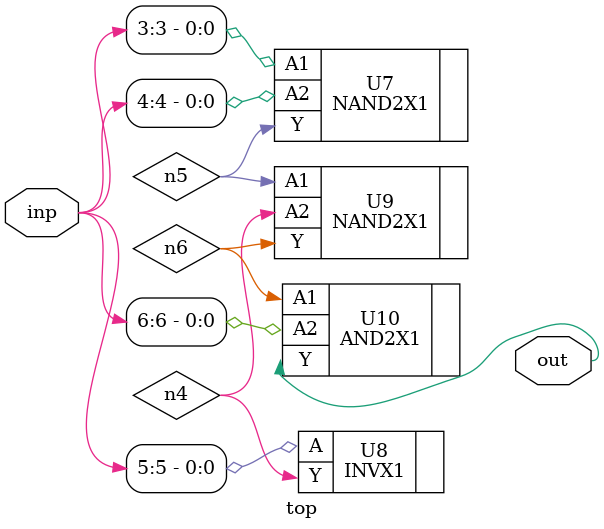
<source format=sv>


module top ( inp, out );
  input [6:0] inp;
  output out;
  wire   n4, n5, n6;

  NAND2X1 U7 ( .A1(inp[3]), .A2(inp[4]), .Y(n5) );
  INVX1 U8 ( .A(inp[5]), .Y(n4) );
  NAND2X1 U9 ( .A1(n5), .A2(n4), .Y(n6) );
  AND2X1 U10 ( .A1(n6), .A2(inp[6]), .Y(out) );
endmodule


</source>
